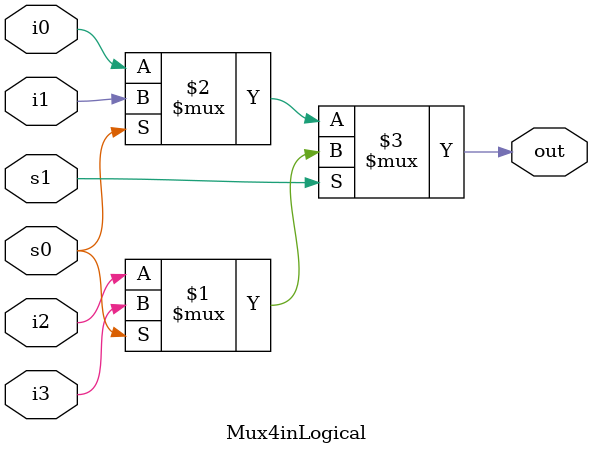
<source format=v>
`timescale 1ns / 1ps
module Mux4inLogical(out, i0,i1,i2,i3, s0, s1);
input i0, i1, i2, i3;
input s0, s1;
output out;
assign out = s1? (s0?i3:i2) : (s0?i1:i0);
endmodule 
</source>
